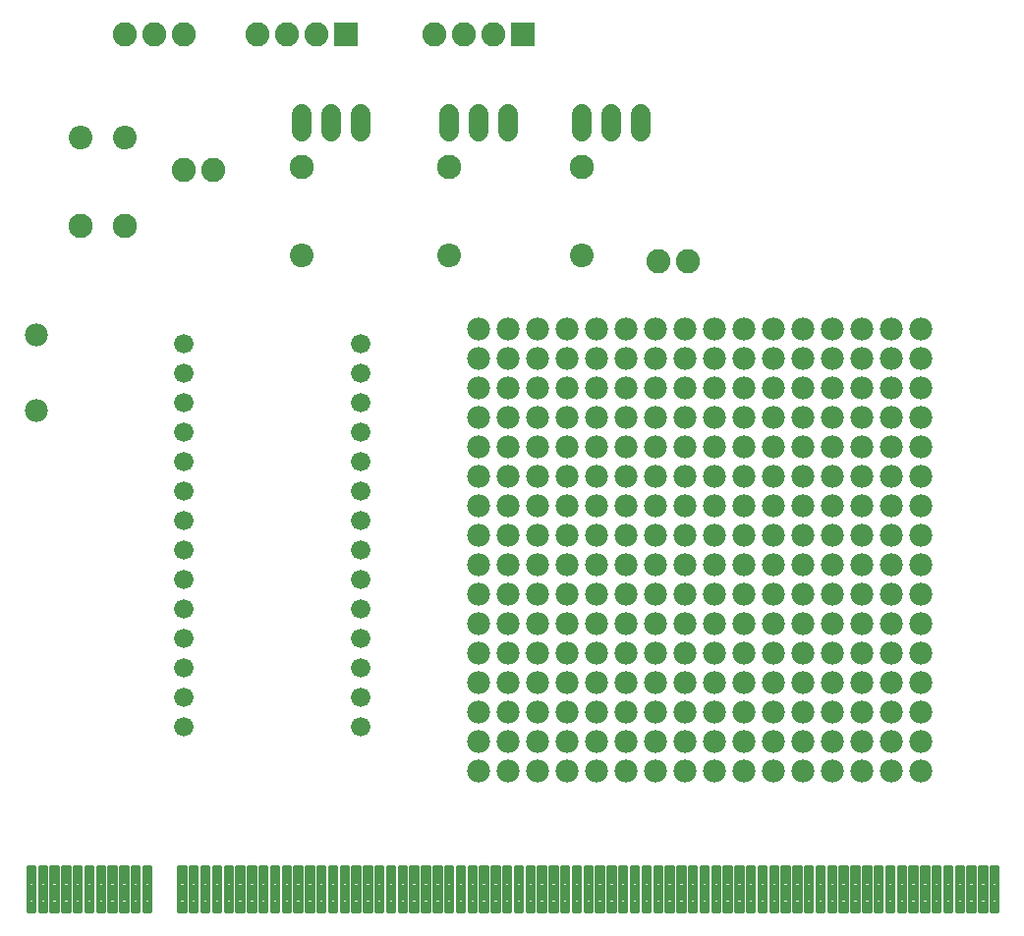
<source format=gbs>
G75*
%MOIN*%
%OFA0B0*%
%FSLAX25Y25*%
%IPPOS*%
%LPD*%
%AMOC8*
5,1,8,0,0,1.08239X$1,22.5*
%
%ADD10C,0.08200*%
%ADD11R,0.08200X0.08200*%
%ADD12C,0.06800*%
%ADD13C,0.08062*%
%ADD14C,0.08246*%
%ADD15C,0.06600*%
%ADD16C,0.07800*%
%ADD17C,0.01422*%
D10*
X0252800Y0233000D03*
X0262800Y0233000D03*
X0196800Y0310000D03*
X0186800Y0310000D03*
X0176800Y0310000D03*
X0136800Y0310000D03*
X0126800Y0310000D03*
X0116800Y0310000D03*
X0091800Y0310000D03*
X0081800Y0310000D03*
X0071800Y0310000D03*
X0091800Y0264000D03*
X0101800Y0264000D03*
D11*
X0146800Y0310000D03*
X0206800Y0310000D03*
D12*
X0201800Y0283000D02*
X0201800Y0277000D01*
X0191800Y0277000D02*
X0191800Y0283000D01*
X0181800Y0283000D02*
X0181800Y0277000D01*
X0151800Y0277000D02*
X0151800Y0283000D01*
X0141800Y0283000D02*
X0141800Y0277000D01*
X0131800Y0277000D02*
X0131800Y0283000D01*
X0226800Y0283000D02*
X0226800Y0277000D01*
X0236800Y0277000D02*
X0236800Y0283000D01*
X0246800Y0283000D02*
X0246800Y0277000D01*
D13*
X0226800Y0235000D03*
X0181800Y0235000D03*
X0131800Y0235000D03*
X0071800Y0275000D03*
X0056800Y0275000D03*
D14*
X0056800Y0245000D03*
X0071800Y0245000D03*
X0131800Y0265000D03*
X0181800Y0265000D03*
X0226800Y0265000D03*
D15*
X0151800Y0205000D03*
X0151800Y0195000D03*
X0151800Y0185000D03*
X0151800Y0175000D03*
X0151800Y0165000D03*
X0151800Y0155000D03*
X0151800Y0145000D03*
X0151800Y0135000D03*
X0151800Y0125000D03*
X0151800Y0115000D03*
X0151800Y0105000D03*
X0151800Y0095000D03*
X0151800Y0085000D03*
X0151800Y0075000D03*
X0091800Y0075000D03*
X0091800Y0085000D03*
X0091800Y0095000D03*
X0091800Y0105000D03*
X0091800Y0115000D03*
X0091800Y0125000D03*
X0091800Y0135000D03*
X0091800Y0145000D03*
X0091800Y0155000D03*
X0091800Y0165000D03*
X0091800Y0175000D03*
X0091800Y0185000D03*
X0091800Y0195000D03*
X0091800Y0205000D03*
D16*
X0041800Y0207795D03*
X0041800Y0182205D03*
X0191800Y0180000D03*
X0201800Y0180000D03*
X0201800Y0170000D03*
X0191800Y0170000D03*
X0191800Y0160000D03*
X0201800Y0160000D03*
X0201800Y0150000D03*
X0191800Y0150000D03*
X0191800Y0140000D03*
X0191800Y0130000D03*
X0201800Y0130000D03*
X0201800Y0140000D03*
X0211800Y0140000D03*
X0211800Y0130000D03*
X0221800Y0130000D03*
X0221800Y0140000D03*
X0221800Y0150000D03*
X0211800Y0150000D03*
X0211800Y0160000D03*
X0221800Y0160000D03*
X0221800Y0170000D03*
X0211800Y0170000D03*
X0211800Y0180000D03*
X0221800Y0180000D03*
X0221800Y0190000D03*
X0211800Y0190000D03*
X0211800Y0200000D03*
X0221800Y0200000D03*
X0221800Y0210000D03*
X0211800Y0210000D03*
X0201800Y0210000D03*
X0191800Y0210000D03*
X0191800Y0200000D03*
X0201800Y0200000D03*
X0201800Y0190000D03*
X0191800Y0190000D03*
X0231800Y0190000D03*
X0231800Y0180000D03*
X0231800Y0170000D03*
X0231800Y0160000D03*
X0231800Y0150000D03*
X0231800Y0140000D03*
X0231800Y0130000D03*
X0231800Y0120000D03*
X0231800Y0110000D03*
X0231800Y0100000D03*
X0231800Y0090000D03*
X0231800Y0080000D03*
X0231800Y0070000D03*
X0231800Y0060000D03*
X0221800Y0060000D03*
X0211800Y0060000D03*
X0211800Y0070000D03*
X0221800Y0070000D03*
X0221800Y0080000D03*
X0211800Y0080000D03*
X0211800Y0090000D03*
X0221800Y0090000D03*
X0221800Y0100000D03*
X0211800Y0100000D03*
X0211800Y0110000D03*
X0221800Y0110000D03*
X0221800Y0120000D03*
X0211800Y0120000D03*
X0201800Y0120000D03*
X0191800Y0120000D03*
X0191800Y0110000D03*
X0201800Y0110000D03*
X0201800Y0100000D03*
X0191800Y0100000D03*
X0191800Y0090000D03*
X0201800Y0090000D03*
X0201800Y0080000D03*
X0191800Y0080000D03*
X0191800Y0070000D03*
X0201800Y0070000D03*
X0201800Y0060000D03*
X0191800Y0060000D03*
X0241800Y0060000D03*
X0251800Y0060000D03*
X0251800Y0070000D03*
X0241800Y0070000D03*
X0241800Y0080000D03*
X0251800Y0080000D03*
X0251800Y0090000D03*
X0241800Y0090000D03*
X0241800Y0100000D03*
X0251800Y0100000D03*
X0251800Y0110000D03*
X0241800Y0110000D03*
X0241800Y0120000D03*
X0251800Y0120000D03*
X0251800Y0130000D03*
X0251800Y0140000D03*
X0241800Y0140000D03*
X0241800Y0130000D03*
X0241800Y0150000D03*
X0251800Y0150000D03*
X0251800Y0160000D03*
X0241800Y0160000D03*
X0241800Y0170000D03*
X0251800Y0170000D03*
X0251800Y0180000D03*
X0241800Y0180000D03*
X0241800Y0190000D03*
X0251800Y0190000D03*
X0251800Y0200000D03*
X0241800Y0200000D03*
X0241800Y0210000D03*
X0251800Y0210000D03*
X0261800Y0210000D03*
X0271800Y0210000D03*
X0271800Y0200000D03*
X0261800Y0200000D03*
X0261800Y0190000D03*
X0271800Y0190000D03*
X0271800Y0180000D03*
X0261800Y0180000D03*
X0261800Y0170000D03*
X0271800Y0170000D03*
X0271800Y0160000D03*
X0261800Y0160000D03*
X0261800Y0150000D03*
X0271800Y0150000D03*
X0271800Y0140000D03*
X0271800Y0130000D03*
X0261800Y0130000D03*
X0261800Y0140000D03*
X0261800Y0120000D03*
X0271800Y0120000D03*
X0271800Y0110000D03*
X0261800Y0110000D03*
X0261800Y0100000D03*
X0271800Y0100000D03*
X0271800Y0090000D03*
X0261800Y0090000D03*
X0261800Y0080000D03*
X0271800Y0080000D03*
X0271800Y0070000D03*
X0261800Y0070000D03*
X0261800Y0060000D03*
X0271800Y0060000D03*
X0281800Y0060000D03*
X0281800Y0070000D03*
X0281800Y0080000D03*
X0281800Y0090000D03*
X0281800Y0100000D03*
X0281800Y0110000D03*
X0281800Y0120000D03*
X0281800Y0130000D03*
X0281800Y0140000D03*
X0281800Y0150000D03*
X0281800Y0160000D03*
X0281800Y0170000D03*
X0281800Y0180000D03*
X0281800Y0190000D03*
X0281800Y0200000D03*
X0281800Y0210000D03*
X0291800Y0210000D03*
X0301800Y0210000D03*
X0301800Y0200000D03*
X0291800Y0200000D03*
X0291800Y0190000D03*
X0301800Y0190000D03*
X0301800Y0180000D03*
X0291800Y0180000D03*
X0291800Y0170000D03*
X0301800Y0170000D03*
X0301800Y0160000D03*
X0291800Y0160000D03*
X0291800Y0150000D03*
X0301800Y0150000D03*
X0301800Y0140000D03*
X0301800Y0130000D03*
X0291800Y0130000D03*
X0291800Y0140000D03*
X0291800Y0120000D03*
X0301800Y0120000D03*
X0301800Y0110000D03*
X0291800Y0110000D03*
X0291800Y0100000D03*
X0301800Y0100000D03*
X0301800Y0090000D03*
X0291800Y0090000D03*
X0291800Y0080000D03*
X0301800Y0080000D03*
X0301800Y0070000D03*
X0291800Y0070000D03*
X0291800Y0060000D03*
X0301800Y0060000D03*
X0311800Y0060000D03*
X0321800Y0060000D03*
X0321800Y0070000D03*
X0311800Y0070000D03*
X0311800Y0080000D03*
X0321800Y0080000D03*
X0321800Y0090000D03*
X0311800Y0090000D03*
X0311800Y0100000D03*
X0321800Y0100000D03*
X0321800Y0110000D03*
X0311800Y0110000D03*
X0311800Y0120000D03*
X0321800Y0120000D03*
X0321800Y0130000D03*
X0321800Y0140000D03*
X0311800Y0140000D03*
X0311800Y0130000D03*
X0311800Y0150000D03*
X0321800Y0150000D03*
X0321800Y0160000D03*
X0311800Y0160000D03*
X0311800Y0170000D03*
X0321800Y0170000D03*
X0321800Y0180000D03*
X0311800Y0180000D03*
X0311800Y0190000D03*
X0321800Y0190000D03*
X0321800Y0200000D03*
X0311800Y0200000D03*
X0311800Y0210000D03*
X0321800Y0210000D03*
X0331800Y0210000D03*
X0331800Y0200000D03*
X0331800Y0190000D03*
X0331800Y0180000D03*
X0331800Y0170000D03*
X0331800Y0160000D03*
X0331800Y0150000D03*
X0331800Y0140000D03*
X0331800Y0130000D03*
X0331800Y0120000D03*
X0331800Y0110000D03*
X0331800Y0100000D03*
X0331800Y0090000D03*
X0331800Y0080000D03*
X0331800Y0070000D03*
X0331800Y0060000D03*
X0341800Y0060000D03*
X0341800Y0070000D03*
X0341800Y0080000D03*
X0341800Y0090000D03*
X0341800Y0100000D03*
X0341800Y0110000D03*
X0341800Y0120000D03*
X0341800Y0130000D03*
X0341800Y0140000D03*
X0341800Y0150000D03*
X0341800Y0160000D03*
X0341800Y0170000D03*
X0341800Y0180000D03*
X0341800Y0190000D03*
X0341800Y0200000D03*
X0341800Y0210000D03*
X0231800Y0210000D03*
X0231800Y0200000D03*
D17*
X0041332Y0027327D02*
X0041332Y0012201D01*
X0039198Y0012201D01*
X0039198Y0027327D01*
X0041332Y0027327D01*
X0041332Y0013622D02*
X0039198Y0013622D01*
X0039198Y0015043D02*
X0041332Y0015043D01*
X0041332Y0016464D02*
X0039198Y0016464D01*
X0039198Y0017885D02*
X0041332Y0017885D01*
X0041332Y0019306D02*
X0039198Y0019306D01*
X0039198Y0020727D02*
X0041332Y0020727D01*
X0041332Y0022148D02*
X0039198Y0022148D01*
X0039198Y0023569D02*
X0041332Y0023569D01*
X0041332Y0024990D02*
X0039198Y0024990D01*
X0039198Y0026411D02*
X0041332Y0026411D01*
X0045269Y0027327D02*
X0045269Y0012201D01*
X0043135Y0012201D01*
X0043135Y0027327D01*
X0045269Y0027327D01*
X0045269Y0013622D02*
X0043135Y0013622D01*
X0043135Y0015043D02*
X0045269Y0015043D01*
X0045269Y0016464D02*
X0043135Y0016464D01*
X0043135Y0017885D02*
X0045269Y0017885D01*
X0045269Y0019306D02*
X0043135Y0019306D01*
X0043135Y0020727D02*
X0045269Y0020727D01*
X0045269Y0022148D02*
X0043135Y0022148D01*
X0043135Y0023569D02*
X0045269Y0023569D01*
X0045269Y0024990D02*
X0043135Y0024990D01*
X0043135Y0026411D02*
X0045269Y0026411D01*
X0049206Y0027327D02*
X0049206Y0012201D01*
X0047072Y0012201D01*
X0047072Y0027327D01*
X0049206Y0027327D01*
X0049206Y0013622D02*
X0047072Y0013622D01*
X0047072Y0015043D02*
X0049206Y0015043D01*
X0049206Y0016464D02*
X0047072Y0016464D01*
X0047072Y0017885D02*
X0049206Y0017885D01*
X0049206Y0019306D02*
X0047072Y0019306D01*
X0047072Y0020727D02*
X0049206Y0020727D01*
X0049206Y0022148D02*
X0047072Y0022148D01*
X0047072Y0023569D02*
X0049206Y0023569D01*
X0049206Y0024990D02*
X0047072Y0024990D01*
X0047072Y0026411D02*
X0049206Y0026411D01*
X0053143Y0027327D02*
X0053143Y0012201D01*
X0051009Y0012201D01*
X0051009Y0027327D01*
X0053143Y0027327D01*
X0053143Y0013622D02*
X0051009Y0013622D01*
X0051009Y0015043D02*
X0053143Y0015043D01*
X0053143Y0016464D02*
X0051009Y0016464D01*
X0051009Y0017885D02*
X0053143Y0017885D01*
X0053143Y0019306D02*
X0051009Y0019306D01*
X0051009Y0020727D02*
X0053143Y0020727D01*
X0053143Y0022148D02*
X0051009Y0022148D01*
X0051009Y0023569D02*
X0053143Y0023569D01*
X0053143Y0024990D02*
X0051009Y0024990D01*
X0051009Y0026411D02*
X0053143Y0026411D01*
X0057080Y0027327D02*
X0057080Y0012201D01*
X0054946Y0012201D01*
X0054946Y0027327D01*
X0057080Y0027327D01*
X0057080Y0013622D02*
X0054946Y0013622D01*
X0054946Y0015043D02*
X0057080Y0015043D01*
X0057080Y0016464D02*
X0054946Y0016464D01*
X0054946Y0017885D02*
X0057080Y0017885D01*
X0057080Y0019306D02*
X0054946Y0019306D01*
X0054946Y0020727D02*
X0057080Y0020727D01*
X0057080Y0022148D02*
X0054946Y0022148D01*
X0054946Y0023569D02*
X0057080Y0023569D01*
X0057080Y0024990D02*
X0054946Y0024990D01*
X0054946Y0026411D02*
X0057080Y0026411D01*
X0061017Y0027327D02*
X0061017Y0012201D01*
X0058883Y0012201D01*
X0058883Y0027327D01*
X0061017Y0027327D01*
X0061017Y0013622D02*
X0058883Y0013622D01*
X0058883Y0015043D02*
X0061017Y0015043D01*
X0061017Y0016464D02*
X0058883Y0016464D01*
X0058883Y0017885D02*
X0061017Y0017885D01*
X0061017Y0019306D02*
X0058883Y0019306D01*
X0058883Y0020727D02*
X0061017Y0020727D01*
X0061017Y0022148D02*
X0058883Y0022148D01*
X0058883Y0023569D02*
X0061017Y0023569D01*
X0061017Y0024990D02*
X0058883Y0024990D01*
X0058883Y0026411D02*
X0061017Y0026411D01*
X0064954Y0027327D02*
X0064954Y0012201D01*
X0062820Y0012201D01*
X0062820Y0027327D01*
X0064954Y0027327D01*
X0064954Y0013622D02*
X0062820Y0013622D01*
X0062820Y0015043D02*
X0064954Y0015043D01*
X0064954Y0016464D02*
X0062820Y0016464D01*
X0062820Y0017885D02*
X0064954Y0017885D01*
X0064954Y0019306D02*
X0062820Y0019306D01*
X0062820Y0020727D02*
X0064954Y0020727D01*
X0064954Y0022148D02*
X0062820Y0022148D01*
X0062820Y0023569D02*
X0064954Y0023569D01*
X0064954Y0024990D02*
X0062820Y0024990D01*
X0062820Y0026411D02*
X0064954Y0026411D01*
X0068891Y0027327D02*
X0068891Y0012201D01*
X0066757Y0012201D01*
X0066757Y0027327D01*
X0068891Y0027327D01*
X0068891Y0013622D02*
X0066757Y0013622D01*
X0066757Y0015043D02*
X0068891Y0015043D01*
X0068891Y0016464D02*
X0066757Y0016464D01*
X0066757Y0017885D02*
X0068891Y0017885D01*
X0068891Y0019306D02*
X0066757Y0019306D01*
X0066757Y0020727D02*
X0068891Y0020727D01*
X0068891Y0022148D02*
X0066757Y0022148D01*
X0066757Y0023569D02*
X0068891Y0023569D01*
X0068891Y0024990D02*
X0066757Y0024990D01*
X0066757Y0026411D02*
X0068891Y0026411D01*
X0072828Y0027327D02*
X0072828Y0012201D01*
X0070694Y0012201D01*
X0070694Y0027327D01*
X0072828Y0027327D01*
X0072828Y0013622D02*
X0070694Y0013622D01*
X0070694Y0015043D02*
X0072828Y0015043D01*
X0072828Y0016464D02*
X0070694Y0016464D01*
X0070694Y0017885D02*
X0072828Y0017885D01*
X0072828Y0019306D02*
X0070694Y0019306D01*
X0070694Y0020727D02*
X0072828Y0020727D01*
X0072828Y0022148D02*
X0070694Y0022148D01*
X0070694Y0023569D02*
X0072828Y0023569D01*
X0072828Y0024990D02*
X0070694Y0024990D01*
X0070694Y0026411D02*
X0072828Y0026411D01*
X0076765Y0027327D02*
X0076765Y0012201D01*
X0074631Y0012201D01*
X0074631Y0027327D01*
X0076765Y0027327D01*
X0076765Y0013622D02*
X0074631Y0013622D01*
X0074631Y0015043D02*
X0076765Y0015043D01*
X0076765Y0016464D02*
X0074631Y0016464D01*
X0074631Y0017885D02*
X0076765Y0017885D01*
X0076765Y0019306D02*
X0074631Y0019306D01*
X0074631Y0020727D02*
X0076765Y0020727D01*
X0076765Y0022148D02*
X0074631Y0022148D01*
X0074631Y0023569D02*
X0076765Y0023569D01*
X0076765Y0024990D02*
X0074631Y0024990D01*
X0074631Y0026411D02*
X0076765Y0026411D01*
X0080702Y0027327D02*
X0080702Y0012201D01*
X0078568Y0012201D01*
X0078568Y0027327D01*
X0080702Y0027327D01*
X0080702Y0013622D02*
X0078568Y0013622D01*
X0078568Y0015043D02*
X0080702Y0015043D01*
X0080702Y0016464D02*
X0078568Y0016464D01*
X0078568Y0017885D02*
X0080702Y0017885D01*
X0080702Y0019306D02*
X0078568Y0019306D01*
X0078568Y0020727D02*
X0080702Y0020727D01*
X0080702Y0022148D02*
X0078568Y0022148D01*
X0078568Y0023569D02*
X0080702Y0023569D01*
X0080702Y0024990D02*
X0078568Y0024990D01*
X0078568Y0026411D02*
X0080702Y0026411D01*
X0092513Y0027327D02*
X0092513Y0012201D01*
X0090379Y0012201D01*
X0090379Y0027327D01*
X0092513Y0027327D01*
X0092513Y0013622D02*
X0090379Y0013622D01*
X0090379Y0015043D02*
X0092513Y0015043D01*
X0092513Y0016464D02*
X0090379Y0016464D01*
X0090379Y0017885D02*
X0092513Y0017885D01*
X0092513Y0019306D02*
X0090379Y0019306D01*
X0090379Y0020727D02*
X0092513Y0020727D01*
X0092513Y0022148D02*
X0090379Y0022148D01*
X0090379Y0023569D02*
X0092513Y0023569D01*
X0092513Y0024990D02*
X0090379Y0024990D01*
X0090379Y0026411D02*
X0092513Y0026411D01*
X0096450Y0027327D02*
X0096450Y0012201D01*
X0094316Y0012201D01*
X0094316Y0027327D01*
X0096450Y0027327D01*
X0096450Y0013622D02*
X0094316Y0013622D01*
X0094316Y0015043D02*
X0096450Y0015043D01*
X0096450Y0016464D02*
X0094316Y0016464D01*
X0094316Y0017885D02*
X0096450Y0017885D01*
X0096450Y0019306D02*
X0094316Y0019306D01*
X0094316Y0020727D02*
X0096450Y0020727D01*
X0096450Y0022148D02*
X0094316Y0022148D01*
X0094316Y0023569D02*
X0096450Y0023569D01*
X0096450Y0024990D02*
X0094316Y0024990D01*
X0094316Y0026411D02*
X0096450Y0026411D01*
X0100387Y0027327D02*
X0100387Y0012201D01*
X0098253Y0012201D01*
X0098253Y0027327D01*
X0100387Y0027327D01*
X0100387Y0013622D02*
X0098253Y0013622D01*
X0098253Y0015043D02*
X0100387Y0015043D01*
X0100387Y0016464D02*
X0098253Y0016464D01*
X0098253Y0017885D02*
X0100387Y0017885D01*
X0100387Y0019306D02*
X0098253Y0019306D01*
X0098253Y0020727D02*
X0100387Y0020727D01*
X0100387Y0022148D02*
X0098253Y0022148D01*
X0098253Y0023569D02*
X0100387Y0023569D01*
X0100387Y0024990D02*
X0098253Y0024990D01*
X0098253Y0026411D02*
X0100387Y0026411D01*
X0104324Y0027327D02*
X0104324Y0012201D01*
X0102190Y0012201D01*
X0102190Y0027327D01*
X0104324Y0027327D01*
X0104324Y0013622D02*
X0102190Y0013622D01*
X0102190Y0015043D02*
X0104324Y0015043D01*
X0104324Y0016464D02*
X0102190Y0016464D01*
X0102190Y0017885D02*
X0104324Y0017885D01*
X0104324Y0019306D02*
X0102190Y0019306D01*
X0102190Y0020727D02*
X0104324Y0020727D01*
X0104324Y0022148D02*
X0102190Y0022148D01*
X0102190Y0023569D02*
X0104324Y0023569D01*
X0104324Y0024990D02*
X0102190Y0024990D01*
X0102190Y0026411D02*
X0104324Y0026411D01*
X0108261Y0027327D02*
X0108261Y0012201D01*
X0106127Y0012201D01*
X0106127Y0027327D01*
X0108261Y0027327D01*
X0108261Y0013622D02*
X0106127Y0013622D01*
X0106127Y0015043D02*
X0108261Y0015043D01*
X0108261Y0016464D02*
X0106127Y0016464D01*
X0106127Y0017885D02*
X0108261Y0017885D01*
X0108261Y0019306D02*
X0106127Y0019306D01*
X0106127Y0020727D02*
X0108261Y0020727D01*
X0108261Y0022148D02*
X0106127Y0022148D01*
X0106127Y0023569D02*
X0108261Y0023569D01*
X0108261Y0024990D02*
X0106127Y0024990D01*
X0106127Y0026411D02*
X0108261Y0026411D01*
X0112198Y0027327D02*
X0112198Y0012201D01*
X0110064Y0012201D01*
X0110064Y0027327D01*
X0112198Y0027327D01*
X0112198Y0013622D02*
X0110064Y0013622D01*
X0110064Y0015043D02*
X0112198Y0015043D01*
X0112198Y0016464D02*
X0110064Y0016464D01*
X0110064Y0017885D02*
X0112198Y0017885D01*
X0112198Y0019306D02*
X0110064Y0019306D01*
X0110064Y0020727D02*
X0112198Y0020727D01*
X0112198Y0022148D02*
X0110064Y0022148D01*
X0110064Y0023569D02*
X0112198Y0023569D01*
X0112198Y0024990D02*
X0110064Y0024990D01*
X0110064Y0026411D02*
X0112198Y0026411D01*
X0116135Y0027327D02*
X0116135Y0012201D01*
X0114001Y0012201D01*
X0114001Y0027327D01*
X0116135Y0027327D01*
X0116135Y0013622D02*
X0114001Y0013622D01*
X0114001Y0015043D02*
X0116135Y0015043D01*
X0116135Y0016464D02*
X0114001Y0016464D01*
X0114001Y0017885D02*
X0116135Y0017885D01*
X0116135Y0019306D02*
X0114001Y0019306D01*
X0114001Y0020727D02*
X0116135Y0020727D01*
X0116135Y0022148D02*
X0114001Y0022148D01*
X0114001Y0023569D02*
X0116135Y0023569D01*
X0116135Y0024990D02*
X0114001Y0024990D01*
X0114001Y0026411D02*
X0116135Y0026411D01*
X0120072Y0027327D02*
X0120072Y0012201D01*
X0117938Y0012201D01*
X0117938Y0027327D01*
X0120072Y0027327D01*
X0120072Y0013622D02*
X0117938Y0013622D01*
X0117938Y0015043D02*
X0120072Y0015043D01*
X0120072Y0016464D02*
X0117938Y0016464D01*
X0117938Y0017885D02*
X0120072Y0017885D01*
X0120072Y0019306D02*
X0117938Y0019306D01*
X0117938Y0020727D02*
X0120072Y0020727D01*
X0120072Y0022148D02*
X0117938Y0022148D01*
X0117938Y0023569D02*
X0120072Y0023569D01*
X0120072Y0024990D02*
X0117938Y0024990D01*
X0117938Y0026411D02*
X0120072Y0026411D01*
X0124009Y0027327D02*
X0124009Y0012201D01*
X0121875Y0012201D01*
X0121875Y0027327D01*
X0124009Y0027327D01*
X0124009Y0013622D02*
X0121875Y0013622D01*
X0121875Y0015043D02*
X0124009Y0015043D01*
X0124009Y0016464D02*
X0121875Y0016464D01*
X0121875Y0017885D02*
X0124009Y0017885D01*
X0124009Y0019306D02*
X0121875Y0019306D01*
X0121875Y0020727D02*
X0124009Y0020727D01*
X0124009Y0022148D02*
X0121875Y0022148D01*
X0121875Y0023569D02*
X0124009Y0023569D01*
X0124009Y0024990D02*
X0121875Y0024990D01*
X0121875Y0026411D02*
X0124009Y0026411D01*
X0127946Y0027327D02*
X0127946Y0012201D01*
X0125812Y0012201D01*
X0125812Y0027327D01*
X0127946Y0027327D01*
X0127946Y0013622D02*
X0125812Y0013622D01*
X0125812Y0015043D02*
X0127946Y0015043D01*
X0127946Y0016464D02*
X0125812Y0016464D01*
X0125812Y0017885D02*
X0127946Y0017885D01*
X0127946Y0019306D02*
X0125812Y0019306D01*
X0125812Y0020727D02*
X0127946Y0020727D01*
X0127946Y0022148D02*
X0125812Y0022148D01*
X0125812Y0023569D02*
X0127946Y0023569D01*
X0127946Y0024990D02*
X0125812Y0024990D01*
X0125812Y0026411D02*
X0127946Y0026411D01*
X0131883Y0027327D02*
X0131883Y0012201D01*
X0129749Y0012201D01*
X0129749Y0027327D01*
X0131883Y0027327D01*
X0131883Y0013622D02*
X0129749Y0013622D01*
X0129749Y0015043D02*
X0131883Y0015043D01*
X0131883Y0016464D02*
X0129749Y0016464D01*
X0129749Y0017885D02*
X0131883Y0017885D01*
X0131883Y0019306D02*
X0129749Y0019306D01*
X0129749Y0020727D02*
X0131883Y0020727D01*
X0131883Y0022148D02*
X0129749Y0022148D01*
X0129749Y0023569D02*
X0131883Y0023569D01*
X0131883Y0024990D02*
X0129749Y0024990D01*
X0129749Y0026411D02*
X0131883Y0026411D01*
X0135820Y0027327D02*
X0135820Y0012201D01*
X0133686Y0012201D01*
X0133686Y0027327D01*
X0135820Y0027327D01*
X0135820Y0013622D02*
X0133686Y0013622D01*
X0133686Y0015043D02*
X0135820Y0015043D01*
X0135820Y0016464D02*
X0133686Y0016464D01*
X0133686Y0017885D02*
X0135820Y0017885D01*
X0135820Y0019306D02*
X0133686Y0019306D01*
X0133686Y0020727D02*
X0135820Y0020727D01*
X0135820Y0022148D02*
X0133686Y0022148D01*
X0133686Y0023569D02*
X0135820Y0023569D01*
X0135820Y0024990D02*
X0133686Y0024990D01*
X0133686Y0026411D02*
X0135820Y0026411D01*
X0139757Y0027327D02*
X0139757Y0012201D01*
X0137623Y0012201D01*
X0137623Y0027327D01*
X0139757Y0027327D01*
X0139757Y0013622D02*
X0137623Y0013622D01*
X0137623Y0015043D02*
X0139757Y0015043D01*
X0139757Y0016464D02*
X0137623Y0016464D01*
X0137623Y0017885D02*
X0139757Y0017885D01*
X0139757Y0019306D02*
X0137623Y0019306D01*
X0137623Y0020727D02*
X0139757Y0020727D01*
X0139757Y0022148D02*
X0137623Y0022148D01*
X0137623Y0023569D02*
X0139757Y0023569D01*
X0139757Y0024990D02*
X0137623Y0024990D01*
X0137623Y0026411D02*
X0139757Y0026411D01*
X0143694Y0027327D02*
X0143694Y0012201D01*
X0141560Y0012201D01*
X0141560Y0027327D01*
X0143694Y0027327D01*
X0143694Y0013622D02*
X0141560Y0013622D01*
X0141560Y0015043D02*
X0143694Y0015043D01*
X0143694Y0016464D02*
X0141560Y0016464D01*
X0141560Y0017885D02*
X0143694Y0017885D01*
X0143694Y0019306D02*
X0141560Y0019306D01*
X0141560Y0020727D02*
X0143694Y0020727D01*
X0143694Y0022148D02*
X0141560Y0022148D01*
X0141560Y0023569D02*
X0143694Y0023569D01*
X0143694Y0024990D02*
X0141560Y0024990D01*
X0141560Y0026411D02*
X0143694Y0026411D01*
X0147631Y0027327D02*
X0147631Y0012201D01*
X0145497Y0012201D01*
X0145497Y0027327D01*
X0147631Y0027327D01*
X0147631Y0013622D02*
X0145497Y0013622D01*
X0145497Y0015043D02*
X0147631Y0015043D01*
X0147631Y0016464D02*
X0145497Y0016464D01*
X0145497Y0017885D02*
X0147631Y0017885D01*
X0147631Y0019306D02*
X0145497Y0019306D01*
X0145497Y0020727D02*
X0147631Y0020727D01*
X0147631Y0022148D02*
X0145497Y0022148D01*
X0145497Y0023569D02*
X0147631Y0023569D01*
X0147631Y0024990D02*
X0145497Y0024990D01*
X0145497Y0026411D02*
X0147631Y0026411D01*
X0151568Y0027327D02*
X0151568Y0012201D01*
X0149434Y0012201D01*
X0149434Y0027327D01*
X0151568Y0027327D01*
X0151568Y0013622D02*
X0149434Y0013622D01*
X0149434Y0015043D02*
X0151568Y0015043D01*
X0151568Y0016464D02*
X0149434Y0016464D01*
X0149434Y0017885D02*
X0151568Y0017885D01*
X0151568Y0019306D02*
X0149434Y0019306D01*
X0149434Y0020727D02*
X0151568Y0020727D01*
X0151568Y0022148D02*
X0149434Y0022148D01*
X0149434Y0023569D02*
X0151568Y0023569D01*
X0151568Y0024990D02*
X0149434Y0024990D01*
X0149434Y0026411D02*
X0151568Y0026411D01*
X0155505Y0027327D02*
X0155505Y0012201D01*
X0153371Y0012201D01*
X0153371Y0027327D01*
X0155505Y0027327D01*
X0155505Y0013622D02*
X0153371Y0013622D01*
X0153371Y0015043D02*
X0155505Y0015043D01*
X0155505Y0016464D02*
X0153371Y0016464D01*
X0153371Y0017885D02*
X0155505Y0017885D01*
X0155505Y0019306D02*
X0153371Y0019306D01*
X0153371Y0020727D02*
X0155505Y0020727D01*
X0155505Y0022148D02*
X0153371Y0022148D01*
X0153371Y0023569D02*
X0155505Y0023569D01*
X0155505Y0024990D02*
X0153371Y0024990D01*
X0153371Y0026411D02*
X0155505Y0026411D01*
X0159442Y0027327D02*
X0159442Y0012201D01*
X0157308Y0012201D01*
X0157308Y0027327D01*
X0159442Y0027327D01*
X0159442Y0013622D02*
X0157308Y0013622D01*
X0157308Y0015043D02*
X0159442Y0015043D01*
X0159442Y0016464D02*
X0157308Y0016464D01*
X0157308Y0017885D02*
X0159442Y0017885D01*
X0159442Y0019306D02*
X0157308Y0019306D01*
X0157308Y0020727D02*
X0159442Y0020727D01*
X0159442Y0022148D02*
X0157308Y0022148D01*
X0157308Y0023569D02*
X0159442Y0023569D01*
X0159442Y0024990D02*
X0157308Y0024990D01*
X0157308Y0026411D02*
X0159442Y0026411D01*
X0163379Y0027327D02*
X0163379Y0012201D01*
X0161245Y0012201D01*
X0161245Y0027327D01*
X0163379Y0027327D01*
X0163379Y0013622D02*
X0161245Y0013622D01*
X0161245Y0015043D02*
X0163379Y0015043D01*
X0163379Y0016464D02*
X0161245Y0016464D01*
X0161245Y0017885D02*
X0163379Y0017885D01*
X0163379Y0019306D02*
X0161245Y0019306D01*
X0161245Y0020727D02*
X0163379Y0020727D01*
X0163379Y0022148D02*
X0161245Y0022148D01*
X0161245Y0023569D02*
X0163379Y0023569D01*
X0163379Y0024990D02*
X0161245Y0024990D01*
X0161245Y0026411D02*
X0163379Y0026411D01*
X0167316Y0027327D02*
X0167316Y0012201D01*
X0165182Y0012201D01*
X0165182Y0027327D01*
X0167316Y0027327D01*
X0167316Y0013622D02*
X0165182Y0013622D01*
X0165182Y0015043D02*
X0167316Y0015043D01*
X0167316Y0016464D02*
X0165182Y0016464D01*
X0165182Y0017885D02*
X0167316Y0017885D01*
X0167316Y0019306D02*
X0165182Y0019306D01*
X0165182Y0020727D02*
X0167316Y0020727D01*
X0167316Y0022148D02*
X0165182Y0022148D01*
X0165182Y0023569D02*
X0167316Y0023569D01*
X0167316Y0024990D02*
X0165182Y0024990D01*
X0165182Y0026411D02*
X0167316Y0026411D01*
X0171253Y0027327D02*
X0171253Y0012201D01*
X0169119Y0012201D01*
X0169119Y0027327D01*
X0171253Y0027327D01*
X0171253Y0013622D02*
X0169119Y0013622D01*
X0169119Y0015043D02*
X0171253Y0015043D01*
X0171253Y0016464D02*
X0169119Y0016464D01*
X0169119Y0017885D02*
X0171253Y0017885D01*
X0171253Y0019306D02*
X0169119Y0019306D01*
X0169119Y0020727D02*
X0171253Y0020727D01*
X0171253Y0022148D02*
X0169119Y0022148D01*
X0169119Y0023569D02*
X0171253Y0023569D01*
X0171253Y0024990D02*
X0169119Y0024990D01*
X0169119Y0026411D02*
X0171253Y0026411D01*
X0175190Y0027327D02*
X0175190Y0012201D01*
X0173056Y0012201D01*
X0173056Y0027327D01*
X0175190Y0027327D01*
X0175190Y0013622D02*
X0173056Y0013622D01*
X0173056Y0015043D02*
X0175190Y0015043D01*
X0175190Y0016464D02*
X0173056Y0016464D01*
X0173056Y0017885D02*
X0175190Y0017885D01*
X0175190Y0019306D02*
X0173056Y0019306D01*
X0173056Y0020727D02*
X0175190Y0020727D01*
X0175190Y0022148D02*
X0173056Y0022148D01*
X0173056Y0023569D02*
X0175190Y0023569D01*
X0175190Y0024990D02*
X0173056Y0024990D01*
X0173056Y0026411D02*
X0175190Y0026411D01*
X0179127Y0027327D02*
X0179127Y0012201D01*
X0176993Y0012201D01*
X0176993Y0027327D01*
X0179127Y0027327D01*
X0179127Y0013622D02*
X0176993Y0013622D01*
X0176993Y0015043D02*
X0179127Y0015043D01*
X0179127Y0016464D02*
X0176993Y0016464D01*
X0176993Y0017885D02*
X0179127Y0017885D01*
X0179127Y0019306D02*
X0176993Y0019306D01*
X0176993Y0020727D02*
X0179127Y0020727D01*
X0179127Y0022148D02*
X0176993Y0022148D01*
X0176993Y0023569D02*
X0179127Y0023569D01*
X0179127Y0024990D02*
X0176993Y0024990D01*
X0176993Y0026411D02*
X0179127Y0026411D01*
X0183064Y0027327D02*
X0183064Y0012201D01*
X0180930Y0012201D01*
X0180930Y0027327D01*
X0183064Y0027327D01*
X0183064Y0013622D02*
X0180930Y0013622D01*
X0180930Y0015043D02*
X0183064Y0015043D01*
X0183064Y0016464D02*
X0180930Y0016464D01*
X0180930Y0017885D02*
X0183064Y0017885D01*
X0183064Y0019306D02*
X0180930Y0019306D01*
X0180930Y0020727D02*
X0183064Y0020727D01*
X0183064Y0022148D02*
X0180930Y0022148D01*
X0180930Y0023569D02*
X0183064Y0023569D01*
X0183064Y0024990D02*
X0180930Y0024990D01*
X0180930Y0026411D02*
X0183064Y0026411D01*
X0187001Y0027327D02*
X0187001Y0012201D01*
X0184867Y0012201D01*
X0184867Y0027327D01*
X0187001Y0027327D01*
X0187001Y0013622D02*
X0184867Y0013622D01*
X0184867Y0015043D02*
X0187001Y0015043D01*
X0187001Y0016464D02*
X0184867Y0016464D01*
X0184867Y0017885D02*
X0187001Y0017885D01*
X0187001Y0019306D02*
X0184867Y0019306D01*
X0184867Y0020727D02*
X0187001Y0020727D01*
X0187001Y0022148D02*
X0184867Y0022148D01*
X0184867Y0023569D02*
X0187001Y0023569D01*
X0187001Y0024990D02*
X0184867Y0024990D01*
X0184867Y0026411D02*
X0187001Y0026411D01*
X0190938Y0027327D02*
X0190938Y0012201D01*
X0188804Y0012201D01*
X0188804Y0027327D01*
X0190938Y0027327D01*
X0190938Y0013622D02*
X0188804Y0013622D01*
X0188804Y0015043D02*
X0190938Y0015043D01*
X0190938Y0016464D02*
X0188804Y0016464D01*
X0188804Y0017885D02*
X0190938Y0017885D01*
X0190938Y0019306D02*
X0188804Y0019306D01*
X0188804Y0020727D02*
X0190938Y0020727D01*
X0190938Y0022148D02*
X0188804Y0022148D01*
X0188804Y0023569D02*
X0190938Y0023569D01*
X0190938Y0024990D02*
X0188804Y0024990D01*
X0188804Y0026411D02*
X0190938Y0026411D01*
X0194875Y0027327D02*
X0194875Y0012201D01*
X0192741Y0012201D01*
X0192741Y0027327D01*
X0194875Y0027327D01*
X0194875Y0013622D02*
X0192741Y0013622D01*
X0192741Y0015043D02*
X0194875Y0015043D01*
X0194875Y0016464D02*
X0192741Y0016464D01*
X0192741Y0017885D02*
X0194875Y0017885D01*
X0194875Y0019306D02*
X0192741Y0019306D01*
X0192741Y0020727D02*
X0194875Y0020727D01*
X0194875Y0022148D02*
X0192741Y0022148D01*
X0192741Y0023569D02*
X0194875Y0023569D01*
X0194875Y0024990D02*
X0192741Y0024990D01*
X0192741Y0026411D02*
X0194875Y0026411D01*
X0198812Y0027327D02*
X0198812Y0012201D01*
X0196678Y0012201D01*
X0196678Y0027327D01*
X0198812Y0027327D01*
X0198812Y0013622D02*
X0196678Y0013622D01*
X0196678Y0015043D02*
X0198812Y0015043D01*
X0198812Y0016464D02*
X0196678Y0016464D01*
X0196678Y0017885D02*
X0198812Y0017885D01*
X0198812Y0019306D02*
X0196678Y0019306D01*
X0196678Y0020727D02*
X0198812Y0020727D01*
X0198812Y0022148D02*
X0196678Y0022148D01*
X0196678Y0023569D02*
X0198812Y0023569D01*
X0198812Y0024990D02*
X0196678Y0024990D01*
X0196678Y0026411D02*
X0198812Y0026411D01*
X0202749Y0027327D02*
X0202749Y0012201D01*
X0200615Y0012201D01*
X0200615Y0027327D01*
X0202749Y0027327D01*
X0202749Y0013622D02*
X0200615Y0013622D01*
X0200615Y0015043D02*
X0202749Y0015043D01*
X0202749Y0016464D02*
X0200615Y0016464D01*
X0200615Y0017885D02*
X0202749Y0017885D01*
X0202749Y0019306D02*
X0200615Y0019306D01*
X0200615Y0020727D02*
X0202749Y0020727D01*
X0202749Y0022148D02*
X0200615Y0022148D01*
X0200615Y0023569D02*
X0202749Y0023569D01*
X0202749Y0024990D02*
X0200615Y0024990D01*
X0200615Y0026411D02*
X0202749Y0026411D01*
X0206686Y0027327D02*
X0206686Y0012201D01*
X0204552Y0012201D01*
X0204552Y0027327D01*
X0206686Y0027327D01*
X0206686Y0013622D02*
X0204552Y0013622D01*
X0204552Y0015043D02*
X0206686Y0015043D01*
X0206686Y0016464D02*
X0204552Y0016464D01*
X0204552Y0017885D02*
X0206686Y0017885D01*
X0206686Y0019306D02*
X0204552Y0019306D01*
X0204552Y0020727D02*
X0206686Y0020727D01*
X0206686Y0022148D02*
X0204552Y0022148D01*
X0204552Y0023569D02*
X0206686Y0023569D01*
X0206686Y0024990D02*
X0204552Y0024990D01*
X0204552Y0026411D02*
X0206686Y0026411D01*
X0210623Y0027327D02*
X0210623Y0012201D01*
X0208489Y0012201D01*
X0208489Y0027327D01*
X0210623Y0027327D01*
X0210623Y0013622D02*
X0208489Y0013622D01*
X0208489Y0015043D02*
X0210623Y0015043D01*
X0210623Y0016464D02*
X0208489Y0016464D01*
X0208489Y0017885D02*
X0210623Y0017885D01*
X0210623Y0019306D02*
X0208489Y0019306D01*
X0208489Y0020727D02*
X0210623Y0020727D01*
X0210623Y0022148D02*
X0208489Y0022148D01*
X0208489Y0023569D02*
X0210623Y0023569D01*
X0210623Y0024990D02*
X0208489Y0024990D01*
X0208489Y0026411D02*
X0210623Y0026411D01*
X0214560Y0027327D02*
X0214560Y0012201D01*
X0212426Y0012201D01*
X0212426Y0027327D01*
X0214560Y0027327D01*
X0214560Y0013622D02*
X0212426Y0013622D01*
X0212426Y0015043D02*
X0214560Y0015043D01*
X0214560Y0016464D02*
X0212426Y0016464D01*
X0212426Y0017885D02*
X0214560Y0017885D01*
X0214560Y0019306D02*
X0212426Y0019306D01*
X0212426Y0020727D02*
X0214560Y0020727D01*
X0214560Y0022148D02*
X0212426Y0022148D01*
X0212426Y0023569D02*
X0214560Y0023569D01*
X0214560Y0024990D02*
X0212426Y0024990D01*
X0212426Y0026411D02*
X0214560Y0026411D01*
X0218497Y0027327D02*
X0218497Y0012201D01*
X0216363Y0012201D01*
X0216363Y0027327D01*
X0218497Y0027327D01*
X0218497Y0013622D02*
X0216363Y0013622D01*
X0216363Y0015043D02*
X0218497Y0015043D01*
X0218497Y0016464D02*
X0216363Y0016464D01*
X0216363Y0017885D02*
X0218497Y0017885D01*
X0218497Y0019306D02*
X0216363Y0019306D01*
X0216363Y0020727D02*
X0218497Y0020727D01*
X0218497Y0022148D02*
X0216363Y0022148D01*
X0216363Y0023569D02*
X0218497Y0023569D01*
X0218497Y0024990D02*
X0216363Y0024990D01*
X0216363Y0026411D02*
X0218497Y0026411D01*
X0222434Y0027327D02*
X0222434Y0012201D01*
X0220300Y0012201D01*
X0220300Y0027327D01*
X0222434Y0027327D01*
X0222434Y0013622D02*
X0220300Y0013622D01*
X0220300Y0015043D02*
X0222434Y0015043D01*
X0222434Y0016464D02*
X0220300Y0016464D01*
X0220300Y0017885D02*
X0222434Y0017885D01*
X0222434Y0019306D02*
X0220300Y0019306D01*
X0220300Y0020727D02*
X0222434Y0020727D01*
X0222434Y0022148D02*
X0220300Y0022148D01*
X0220300Y0023569D02*
X0222434Y0023569D01*
X0222434Y0024990D02*
X0220300Y0024990D01*
X0220300Y0026411D02*
X0222434Y0026411D01*
X0226371Y0027327D02*
X0226371Y0012201D01*
X0224237Y0012201D01*
X0224237Y0027327D01*
X0226371Y0027327D01*
X0226371Y0013622D02*
X0224237Y0013622D01*
X0224237Y0015043D02*
X0226371Y0015043D01*
X0226371Y0016464D02*
X0224237Y0016464D01*
X0224237Y0017885D02*
X0226371Y0017885D01*
X0226371Y0019306D02*
X0224237Y0019306D01*
X0224237Y0020727D02*
X0226371Y0020727D01*
X0226371Y0022148D02*
X0224237Y0022148D01*
X0224237Y0023569D02*
X0226371Y0023569D01*
X0226371Y0024990D02*
X0224237Y0024990D01*
X0224237Y0026411D02*
X0226371Y0026411D01*
X0230308Y0027327D02*
X0230308Y0012201D01*
X0228174Y0012201D01*
X0228174Y0027327D01*
X0230308Y0027327D01*
X0230308Y0013622D02*
X0228174Y0013622D01*
X0228174Y0015043D02*
X0230308Y0015043D01*
X0230308Y0016464D02*
X0228174Y0016464D01*
X0228174Y0017885D02*
X0230308Y0017885D01*
X0230308Y0019306D02*
X0228174Y0019306D01*
X0228174Y0020727D02*
X0230308Y0020727D01*
X0230308Y0022148D02*
X0228174Y0022148D01*
X0228174Y0023569D02*
X0230308Y0023569D01*
X0230308Y0024990D02*
X0228174Y0024990D01*
X0228174Y0026411D02*
X0230308Y0026411D01*
X0234245Y0027327D02*
X0234245Y0012201D01*
X0232111Y0012201D01*
X0232111Y0027327D01*
X0234245Y0027327D01*
X0234245Y0013622D02*
X0232111Y0013622D01*
X0232111Y0015043D02*
X0234245Y0015043D01*
X0234245Y0016464D02*
X0232111Y0016464D01*
X0232111Y0017885D02*
X0234245Y0017885D01*
X0234245Y0019306D02*
X0232111Y0019306D01*
X0232111Y0020727D02*
X0234245Y0020727D01*
X0234245Y0022148D02*
X0232111Y0022148D01*
X0232111Y0023569D02*
X0234245Y0023569D01*
X0234245Y0024990D02*
X0232111Y0024990D01*
X0232111Y0026411D02*
X0234245Y0026411D01*
X0238182Y0027327D02*
X0238182Y0012201D01*
X0236048Y0012201D01*
X0236048Y0027327D01*
X0238182Y0027327D01*
X0238182Y0013622D02*
X0236048Y0013622D01*
X0236048Y0015043D02*
X0238182Y0015043D01*
X0238182Y0016464D02*
X0236048Y0016464D01*
X0236048Y0017885D02*
X0238182Y0017885D01*
X0238182Y0019306D02*
X0236048Y0019306D01*
X0236048Y0020727D02*
X0238182Y0020727D01*
X0238182Y0022148D02*
X0236048Y0022148D01*
X0236048Y0023569D02*
X0238182Y0023569D01*
X0238182Y0024990D02*
X0236048Y0024990D01*
X0236048Y0026411D02*
X0238182Y0026411D01*
X0242119Y0027327D02*
X0242119Y0012201D01*
X0239985Y0012201D01*
X0239985Y0027327D01*
X0242119Y0027327D01*
X0242119Y0013622D02*
X0239985Y0013622D01*
X0239985Y0015043D02*
X0242119Y0015043D01*
X0242119Y0016464D02*
X0239985Y0016464D01*
X0239985Y0017885D02*
X0242119Y0017885D01*
X0242119Y0019306D02*
X0239985Y0019306D01*
X0239985Y0020727D02*
X0242119Y0020727D01*
X0242119Y0022148D02*
X0239985Y0022148D01*
X0239985Y0023569D02*
X0242119Y0023569D01*
X0242119Y0024990D02*
X0239985Y0024990D01*
X0239985Y0026411D02*
X0242119Y0026411D01*
X0246056Y0027327D02*
X0246056Y0012201D01*
X0243922Y0012201D01*
X0243922Y0027327D01*
X0246056Y0027327D01*
X0246056Y0013622D02*
X0243922Y0013622D01*
X0243922Y0015043D02*
X0246056Y0015043D01*
X0246056Y0016464D02*
X0243922Y0016464D01*
X0243922Y0017885D02*
X0246056Y0017885D01*
X0246056Y0019306D02*
X0243922Y0019306D01*
X0243922Y0020727D02*
X0246056Y0020727D01*
X0246056Y0022148D02*
X0243922Y0022148D01*
X0243922Y0023569D02*
X0246056Y0023569D01*
X0246056Y0024990D02*
X0243922Y0024990D01*
X0243922Y0026411D02*
X0246056Y0026411D01*
X0249993Y0027327D02*
X0249993Y0012201D01*
X0247859Y0012201D01*
X0247859Y0027327D01*
X0249993Y0027327D01*
X0249993Y0013622D02*
X0247859Y0013622D01*
X0247859Y0015043D02*
X0249993Y0015043D01*
X0249993Y0016464D02*
X0247859Y0016464D01*
X0247859Y0017885D02*
X0249993Y0017885D01*
X0249993Y0019306D02*
X0247859Y0019306D01*
X0247859Y0020727D02*
X0249993Y0020727D01*
X0249993Y0022148D02*
X0247859Y0022148D01*
X0247859Y0023569D02*
X0249993Y0023569D01*
X0249993Y0024990D02*
X0247859Y0024990D01*
X0247859Y0026411D02*
X0249993Y0026411D01*
X0253930Y0027327D02*
X0253930Y0012201D01*
X0251796Y0012201D01*
X0251796Y0027327D01*
X0253930Y0027327D01*
X0253930Y0013622D02*
X0251796Y0013622D01*
X0251796Y0015043D02*
X0253930Y0015043D01*
X0253930Y0016464D02*
X0251796Y0016464D01*
X0251796Y0017885D02*
X0253930Y0017885D01*
X0253930Y0019306D02*
X0251796Y0019306D01*
X0251796Y0020727D02*
X0253930Y0020727D01*
X0253930Y0022148D02*
X0251796Y0022148D01*
X0251796Y0023569D02*
X0253930Y0023569D01*
X0253930Y0024990D02*
X0251796Y0024990D01*
X0251796Y0026411D02*
X0253930Y0026411D01*
X0257867Y0027327D02*
X0257867Y0012201D01*
X0255733Y0012201D01*
X0255733Y0027327D01*
X0257867Y0027327D01*
X0257867Y0013622D02*
X0255733Y0013622D01*
X0255733Y0015043D02*
X0257867Y0015043D01*
X0257867Y0016464D02*
X0255733Y0016464D01*
X0255733Y0017885D02*
X0257867Y0017885D01*
X0257867Y0019306D02*
X0255733Y0019306D01*
X0255733Y0020727D02*
X0257867Y0020727D01*
X0257867Y0022148D02*
X0255733Y0022148D01*
X0255733Y0023569D02*
X0257867Y0023569D01*
X0257867Y0024990D02*
X0255733Y0024990D01*
X0255733Y0026411D02*
X0257867Y0026411D01*
X0261804Y0027327D02*
X0261804Y0012201D01*
X0259670Y0012201D01*
X0259670Y0027327D01*
X0261804Y0027327D01*
X0261804Y0013622D02*
X0259670Y0013622D01*
X0259670Y0015043D02*
X0261804Y0015043D01*
X0261804Y0016464D02*
X0259670Y0016464D01*
X0259670Y0017885D02*
X0261804Y0017885D01*
X0261804Y0019306D02*
X0259670Y0019306D01*
X0259670Y0020727D02*
X0261804Y0020727D01*
X0261804Y0022148D02*
X0259670Y0022148D01*
X0259670Y0023569D02*
X0261804Y0023569D01*
X0261804Y0024990D02*
X0259670Y0024990D01*
X0259670Y0026411D02*
X0261804Y0026411D01*
X0265741Y0027327D02*
X0265741Y0012201D01*
X0263607Y0012201D01*
X0263607Y0027327D01*
X0265741Y0027327D01*
X0265741Y0013622D02*
X0263607Y0013622D01*
X0263607Y0015043D02*
X0265741Y0015043D01*
X0265741Y0016464D02*
X0263607Y0016464D01*
X0263607Y0017885D02*
X0265741Y0017885D01*
X0265741Y0019306D02*
X0263607Y0019306D01*
X0263607Y0020727D02*
X0265741Y0020727D01*
X0265741Y0022148D02*
X0263607Y0022148D01*
X0263607Y0023569D02*
X0265741Y0023569D01*
X0265741Y0024990D02*
X0263607Y0024990D01*
X0263607Y0026411D02*
X0265741Y0026411D01*
X0269678Y0027327D02*
X0269678Y0012201D01*
X0267544Y0012201D01*
X0267544Y0027327D01*
X0269678Y0027327D01*
X0269678Y0013622D02*
X0267544Y0013622D01*
X0267544Y0015043D02*
X0269678Y0015043D01*
X0269678Y0016464D02*
X0267544Y0016464D01*
X0267544Y0017885D02*
X0269678Y0017885D01*
X0269678Y0019306D02*
X0267544Y0019306D01*
X0267544Y0020727D02*
X0269678Y0020727D01*
X0269678Y0022148D02*
X0267544Y0022148D01*
X0267544Y0023569D02*
X0269678Y0023569D01*
X0269678Y0024990D02*
X0267544Y0024990D01*
X0267544Y0026411D02*
X0269678Y0026411D01*
X0273615Y0027327D02*
X0273615Y0012201D01*
X0271481Y0012201D01*
X0271481Y0027327D01*
X0273615Y0027327D01*
X0273615Y0013622D02*
X0271481Y0013622D01*
X0271481Y0015043D02*
X0273615Y0015043D01*
X0273615Y0016464D02*
X0271481Y0016464D01*
X0271481Y0017885D02*
X0273615Y0017885D01*
X0273615Y0019306D02*
X0271481Y0019306D01*
X0271481Y0020727D02*
X0273615Y0020727D01*
X0273615Y0022148D02*
X0271481Y0022148D01*
X0271481Y0023569D02*
X0273615Y0023569D01*
X0273615Y0024990D02*
X0271481Y0024990D01*
X0271481Y0026411D02*
X0273615Y0026411D01*
X0277552Y0027327D02*
X0277552Y0012201D01*
X0275418Y0012201D01*
X0275418Y0027327D01*
X0277552Y0027327D01*
X0277552Y0013622D02*
X0275418Y0013622D01*
X0275418Y0015043D02*
X0277552Y0015043D01*
X0277552Y0016464D02*
X0275418Y0016464D01*
X0275418Y0017885D02*
X0277552Y0017885D01*
X0277552Y0019306D02*
X0275418Y0019306D01*
X0275418Y0020727D02*
X0277552Y0020727D01*
X0277552Y0022148D02*
X0275418Y0022148D01*
X0275418Y0023569D02*
X0277552Y0023569D01*
X0277552Y0024990D02*
X0275418Y0024990D01*
X0275418Y0026411D02*
X0277552Y0026411D01*
X0281489Y0027327D02*
X0281489Y0012201D01*
X0279355Y0012201D01*
X0279355Y0027327D01*
X0281489Y0027327D01*
X0281489Y0013622D02*
X0279355Y0013622D01*
X0279355Y0015043D02*
X0281489Y0015043D01*
X0281489Y0016464D02*
X0279355Y0016464D01*
X0279355Y0017885D02*
X0281489Y0017885D01*
X0281489Y0019306D02*
X0279355Y0019306D01*
X0279355Y0020727D02*
X0281489Y0020727D01*
X0281489Y0022148D02*
X0279355Y0022148D01*
X0279355Y0023569D02*
X0281489Y0023569D01*
X0281489Y0024990D02*
X0279355Y0024990D01*
X0279355Y0026411D02*
X0281489Y0026411D01*
X0285426Y0027327D02*
X0285426Y0012201D01*
X0283292Y0012201D01*
X0283292Y0027327D01*
X0285426Y0027327D01*
X0285426Y0013622D02*
X0283292Y0013622D01*
X0283292Y0015043D02*
X0285426Y0015043D01*
X0285426Y0016464D02*
X0283292Y0016464D01*
X0283292Y0017885D02*
X0285426Y0017885D01*
X0285426Y0019306D02*
X0283292Y0019306D01*
X0283292Y0020727D02*
X0285426Y0020727D01*
X0285426Y0022148D02*
X0283292Y0022148D01*
X0283292Y0023569D02*
X0285426Y0023569D01*
X0285426Y0024990D02*
X0283292Y0024990D01*
X0283292Y0026411D02*
X0285426Y0026411D01*
X0289363Y0027327D02*
X0289363Y0012201D01*
X0287229Y0012201D01*
X0287229Y0027327D01*
X0289363Y0027327D01*
X0289363Y0013622D02*
X0287229Y0013622D01*
X0287229Y0015043D02*
X0289363Y0015043D01*
X0289363Y0016464D02*
X0287229Y0016464D01*
X0287229Y0017885D02*
X0289363Y0017885D01*
X0289363Y0019306D02*
X0287229Y0019306D01*
X0287229Y0020727D02*
X0289363Y0020727D01*
X0289363Y0022148D02*
X0287229Y0022148D01*
X0287229Y0023569D02*
X0289363Y0023569D01*
X0289363Y0024990D02*
X0287229Y0024990D01*
X0287229Y0026411D02*
X0289363Y0026411D01*
X0293300Y0027327D02*
X0293300Y0012201D01*
X0291166Y0012201D01*
X0291166Y0027327D01*
X0293300Y0027327D01*
X0293300Y0013622D02*
X0291166Y0013622D01*
X0291166Y0015043D02*
X0293300Y0015043D01*
X0293300Y0016464D02*
X0291166Y0016464D01*
X0291166Y0017885D02*
X0293300Y0017885D01*
X0293300Y0019306D02*
X0291166Y0019306D01*
X0291166Y0020727D02*
X0293300Y0020727D01*
X0293300Y0022148D02*
X0291166Y0022148D01*
X0291166Y0023569D02*
X0293300Y0023569D01*
X0293300Y0024990D02*
X0291166Y0024990D01*
X0291166Y0026411D02*
X0293300Y0026411D01*
X0297237Y0027327D02*
X0297237Y0012201D01*
X0295103Y0012201D01*
X0295103Y0027327D01*
X0297237Y0027327D01*
X0297237Y0013622D02*
X0295103Y0013622D01*
X0295103Y0015043D02*
X0297237Y0015043D01*
X0297237Y0016464D02*
X0295103Y0016464D01*
X0295103Y0017885D02*
X0297237Y0017885D01*
X0297237Y0019306D02*
X0295103Y0019306D01*
X0295103Y0020727D02*
X0297237Y0020727D01*
X0297237Y0022148D02*
X0295103Y0022148D01*
X0295103Y0023569D02*
X0297237Y0023569D01*
X0297237Y0024990D02*
X0295103Y0024990D01*
X0295103Y0026411D02*
X0297237Y0026411D01*
X0301174Y0027327D02*
X0301174Y0012201D01*
X0299040Y0012201D01*
X0299040Y0027327D01*
X0301174Y0027327D01*
X0301174Y0013622D02*
X0299040Y0013622D01*
X0299040Y0015043D02*
X0301174Y0015043D01*
X0301174Y0016464D02*
X0299040Y0016464D01*
X0299040Y0017885D02*
X0301174Y0017885D01*
X0301174Y0019306D02*
X0299040Y0019306D01*
X0299040Y0020727D02*
X0301174Y0020727D01*
X0301174Y0022148D02*
X0299040Y0022148D01*
X0299040Y0023569D02*
X0301174Y0023569D01*
X0301174Y0024990D02*
X0299040Y0024990D01*
X0299040Y0026411D02*
X0301174Y0026411D01*
X0305111Y0027327D02*
X0305111Y0012201D01*
X0302977Y0012201D01*
X0302977Y0027327D01*
X0305111Y0027327D01*
X0305111Y0013622D02*
X0302977Y0013622D01*
X0302977Y0015043D02*
X0305111Y0015043D01*
X0305111Y0016464D02*
X0302977Y0016464D01*
X0302977Y0017885D02*
X0305111Y0017885D01*
X0305111Y0019306D02*
X0302977Y0019306D01*
X0302977Y0020727D02*
X0305111Y0020727D01*
X0305111Y0022148D02*
X0302977Y0022148D01*
X0302977Y0023569D02*
X0305111Y0023569D01*
X0305111Y0024990D02*
X0302977Y0024990D01*
X0302977Y0026411D02*
X0305111Y0026411D01*
X0309048Y0027327D02*
X0309048Y0012201D01*
X0306914Y0012201D01*
X0306914Y0027327D01*
X0309048Y0027327D01*
X0309048Y0013622D02*
X0306914Y0013622D01*
X0306914Y0015043D02*
X0309048Y0015043D01*
X0309048Y0016464D02*
X0306914Y0016464D01*
X0306914Y0017885D02*
X0309048Y0017885D01*
X0309048Y0019306D02*
X0306914Y0019306D01*
X0306914Y0020727D02*
X0309048Y0020727D01*
X0309048Y0022148D02*
X0306914Y0022148D01*
X0306914Y0023569D02*
X0309048Y0023569D01*
X0309048Y0024990D02*
X0306914Y0024990D01*
X0306914Y0026411D02*
X0309048Y0026411D01*
X0312985Y0027327D02*
X0312985Y0012201D01*
X0310851Y0012201D01*
X0310851Y0027327D01*
X0312985Y0027327D01*
X0312985Y0013622D02*
X0310851Y0013622D01*
X0310851Y0015043D02*
X0312985Y0015043D01*
X0312985Y0016464D02*
X0310851Y0016464D01*
X0310851Y0017885D02*
X0312985Y0017885D01*
X0312985Y0019306D02*
X0310851Y0019306D01*
X0310851Y0020727D02*
X0312985Y0020727D01*
X0312985Y0022148D02*
X0310851Y0022148D01*
X0310851Y0023569D02*
X0312985Y0023569D01*
X0312985Y0024990D02*
X0310851Y0024990D01*
X0310851Y0026411D02*
X0312985Y0026411D01*
X0316922Y0027327D02*
X0316922Y0012201D01*
X0314788Y0012201D01*
X0314788Y0027327D01*
X0316922Y0027327D01*
X0316922Y0013622D02*
X0314788Y0013622D01*
X0314788Y0015043D02*
X0316922Y0015043D01*
X0316922Y0016464D02*
X0314788Y0016464D01*
X0314788Y0017885D02*
X0316922Y0017885D01*
X0316922Y0019306D02*
X0314788Y0019306D01*
X0314788Y0020727D02*
X0316922Y0020727D01*
X0316922Y0022148D02*
X0314788Y0022148D01*
X0314788Y0023569D02*
X0316922Y0023569D01*
X0316922Y0024990D02*
X0314788Y0024990D01*
X0314788Y0026411D02*
X0316922Y0026411D01*
X0320859Y0027327D02*
X0320859Y0012201D01*
X0318725Y0012201D01*
X0318725Y0027327D01*
X0320859Y0027327D01*
X0320859Y0013622D02*
X0318725Y0013622D01*
X0318725Y0015043D02*
X0320859Y0015043D01*
X0320859Y0016464D02*
X0318725Y0016464D01*
X0318725Y0017885D02*
X0320859Y0017885D01*
X0320859Y0019306D02*
X0318725Y0019306D01*
X0318725Y0020727D02*
X0320859Y0020727D01*
X0320859Y0022148D02*
X0318725Y0022148D01*
X0318725Y0023569D02*
X0320859Y0023569D01*
X0320859Y0024990D02*
X0318725Y0024990D01*
X0318725Y0026411D02*
X0320859Y0026411D01*
X0324796Y0027327D02*
X0324796Y0012201D01*
X0322662Y0012201D01*
X0322662Y0027327D01*
X0324796Y0027327D01*
X0324796Y0013622D02*
X0322662Y0013622D01*
X0322662Y0015043D02*
X0324796Y0015043D01*
X0324796Y0016464D02*
X0322662Y0016464D01*
X0322662Y0017885D02*
X0324796Y0017885D01*
X0324796Y0019306D02*
X0322662Y0019306D01*
X0322662Y0020727D02*
X0324796Y0020727D01*
X0324796Y0022148D02*
X0322662Y0022148D01*
X0322662Y0023569D02*
X0324796Y0023569D01*
X0324796Y0024990D02*
X0322662Y0024990D01*
X0322662Y0026411D02*
X0324796Y0026411D01*
X0328733Y0027327D02*
X0328733Y0012201D01*
X0326599Y0012201D01*
X0326599Y0027327D01*
X0328733Y0027327D01*
X0328733Y0013622D02*
X0326599Y0013622D01*
X0326599Y0015043D02*
X0328733Y0015043D01*
X0328733Y0016464D02*
X0326599Y0016464D01*
X0326599Y0017885D02*
X0328733Y0017885D01*
X0328733Y0019306D02*
X0326599Y0019306D01*
X0326599Y0020727D02*
X0328733Y0020727D01*
X0328733Y0022148D02*
X0326599Y0022148D01*
X0326599Y0023569D02*
X0328733Y0023569D01*
X0328733Y0024990D02*
X0326599Y0024990D01*
X0326599Y0026411D02*
X0328733Y0026411D01*
X0332670Y0027327D02*
X0332670Y0012201D01*
X0330536Y0012201D01*
X0330536Y0027327D01*
X0332670Y0027327D01*
X0332670Y0013622D02*
X0330536Y0013622D01*
X0330536Y0015043D02*
X0332670Y0015043D01*
X0332670Y0016464D02*
X0330536Y0016464D01*
X0330536Y0017885D02*
X0332670Y0017885D01*
X0332670Y0019306D02*
X0330536Y0019306D01*
X0330536Y0020727D02*
X0332670Y0020727D01*
X0332670Y0022148D02*
X0330536Y0022148D01*
X0330536Y0023569D02*
X0332670Y0023569D01*
X0332670Y0024990D02*
X0330536Y0024990D01*
X0330536Y0026411D02*
X0332670Y0026411D01*
X0336607Y0027327D02*
X0336607Y0012201D01*
X0334473Y0012201D01*
X0334473Y0027327D01*
X0336607Y0027327D01*
X0336607Y0013622D02*
X0334473Y0013622D01*
X0334473Y0015043D02*
X0336607Y0015043D01*
X0336607Y0016464D02*
X0334473Y0016464D01*
X0334473Y0017885D02*
X0336607Y0017885D01*
X0336607Y0019306D02*
X0334473Y0019306D01*
X0334473Y0020727D02*
X0336607Y0020727D01*
X0336607Y0022148D02*
X0334473Y0022148D01*
X0334473Y0023569D02*
X0336607Y0023569D01*
X0336607Y0024990D02*
X0334473Y0024990D01*
X0334473Y0026411D02*
X0336607Y0026411D01*
X0340544Y0027327D02*
X0340544Y0012201D01*
X0338410Y0012201D01*
X0338410Y0027327D01*
X0340544Y0027327D01*
X0340544Y0013622D02*
X0338410Y0013622D01*
X0338410Y0015043D02*
X0340544Y0015043D01*
X0340544Y0016464D02*
X0338410Y0016464D01*
X0338410Y0017885D02*
X0340544Y0017885D01*
X0340544Y0019306D02*
X0338410Y0019306D01*
X0338410Y0020727D02*
X0340544Y0020727D01*
X0340544Y0022148D02*
X0338410Y0022148D01*
X0338410Y0023569D02*
X0340544Y0023569D01*
X0340544Y0024990D02*
X0338410Y0024990D01*
X0338410Y0026411D02*
X0340544Y0026411D01*
X0344481Y0027327D02*
X0344481Y0012201D01*
X0342347Y0012201D01*
X0342347Y0027327D01*
X0344481Y0027327D01*
X0344481Y0013622D02*
X0342347Y0013622D01*
X0342347Y0015043D02*
X0344481Y0015043D01*
X0344481Y0016464D02*
X0342347Y0016464D01*
X0342347Y0017885D02*
X0344481Y0017885D01*
X0344481Y0019306D02*
X0342347Y0019306D01*
X0342347Y0020727D02*
X0344481Y0020727D01*
X0344481Y0022148D02*
X0342347Y0022148D01*
X0342347Y0023569D02*
X0344481Y0023569D01*
X0344481Y0024990D02*
X0342347Y0024990D01*
X0342347Y0026411D02*
X0344481Y0026411D01*
X0348418Y0027327D02*
X0348418Y0012201D01*
X0346284Y0012201D01*
X0346284Y0027327D01*
X0348418Y0027327D01*
X0348418Y0013622D02*
X0346284Y0013622D01*
X0346284Y0015043D02*
X0348418Y0015043D01*
X0348418Y0016464D02*
X0346284Y0016464D01*
X0346284Y0017885D02*
X0348418Y0017885D01*
X0348418Y0019306D02*
X0346284Y0019306D01*
X0346284Y0020727D02*
X0348418Y0020727D01*
X0348418Y0022148D02*
X0346284Y0022148D01*
X0346284Y0023569D02*
X0348418Y0023569D01*
X0348418Y0024990D02*
X0346284Y0024990D01*
X0346284Y0026411D02*
X0348418Y0026411D01*
X0352355Y0027327D02*
X0352355Y0012201D01*
X0350221Y0012201D01*
X0350221Y0027327D01*
X0352355Y0027327D01*
X0352355Y0013622D02*
X0350221Y0013622D01*
X0350221Y0015043D02*
X0352355Y0015043D01*
X0352355Y0016464D02*
X0350221Y0016464D01*
X0350221Y0017885D02*
X0352355Y0017885D01*
X0352355Y0019306D02*
X0350221Y0019306D01*
X0350221Y0020727D02*
X0352355Y0020727D01*
X0352355Y0022148D02*
X0350221Y0022148D01*
X0350221Y0023569D02*
X0352355Y0023569D01*
X0352355Y0024990D02*
X0350221Y0024990D01*
X0350221Y0026411D02*
X0352355Y0026411D01*
X0356292Y0027327D02*
X0356292Y0012201D01*
X0354158Y0012201D01*
X0354158Y0027327D01*
X0356292Y0027327D01*
X0356292Y0013622D02*
X0354158Y0013622D01*
X0354158Y0015043D02*
X0356292Y0015043D01*
X0356292Y0016464D02*
X0354158Y0016464D01*
X0354158Y0017885D02*
X0356292Y0017885D01*
X0356292Y0019306D02*
X0354158Y0019306D01*
X0354158Y0020727D02*
X0356292Y0020727D01*
X0356292Y0022148D02*
X0354158Y0022148D01*
X0354158Y0023569D02*
X0356292Y0023569D01*
X0356292Y0024990D02*
X0354158Y0024990D01*
X0354158Y0026411D02*
X0356292Y0026411D01*
X0360229Y0027327D02*
X0360229Y0012201D01*
X0358095Y0012201D01*
X0358095Y0027327D01*
X0360229Y0027327D01*
X0360229Y0013622D02*
X0358095Y0013622D01*
X0358095Y0015043D02*
X0360229Y0015043D01*
X0360229Y0016464D02*
X0358095Y0016464D01*
X0358095Y0017885D02*
X0360229Y0017885D01*
X0360229Y0019306D02*
X0358095Y0019306D01*
X0358095Y0020727D02*
X0360229Y0020727D01*
X0360229Y0022148D02*
X0358095Y0022148D01*
X0358095Y0023569D02*
X0360229Y0023569D01*
X0360229Y0024990D02*
X0358095Y0024990D01*
X0358095Y0026411D02*
X0360229Y0026411D01*
X0364166Y0027327D02*
X0364166Y0012201D01*
X0362032Y0012201D01*
X0362032Y0027327D01*
X0364166Y0027327D01*
X0364166Y0013622D02*
X0362032Y0013622D01*
X0362032Y0015043D02*
X0364166Y0015043D01*
X0364166Y0016464D02*
X0362032Y0016464D01*
X0362032Y0017885D02*
X0364166Y0017885D01*
X0364166Y0019306D02*
X0362032Y0019306D01*
X0362032Y0020727D02*
X0364166Y0020727D01*
X0364166Y0022148D02*
X0362032Y0022148D01*
X0362032Y0023569D02*
X0364166Y0023569D01*
X0364166Y0024990D02*
X0362032Y0024990D01*
X0362032Y0026411D02*
X0364166Y0026411D01*
X0368103Y0027327D02*
X0368103Y0012201D01*
X0365969Y0012201D01*
X0365969Y0027327D01*
X0368103Y0027327D01*
X0368103Y0013622D02*
X0365969Y0013622D01*
X0365969Y0015043D02*
X0368103Y0015043D01*
X0368103Y0016464D02*
X0365969Y0016464D01*
X0365969Y0017885D02*
X0368103Y0017885D01*
X0368103Y0019306D02*
X0365969Y0019306D01*
X0365969Y0020727D02*
X0368103Y0020727D01*
X0368103Y0022148D02*
X0365969Y0022148D01*
X0365969Y0023569D02*
X0368103Y0023569D01*
X0368103Y0024990D02*
X0365969Y0024990D01*
X0365969Y0026411D02*
X0368103Y0026411D01*
M02*

</source>
